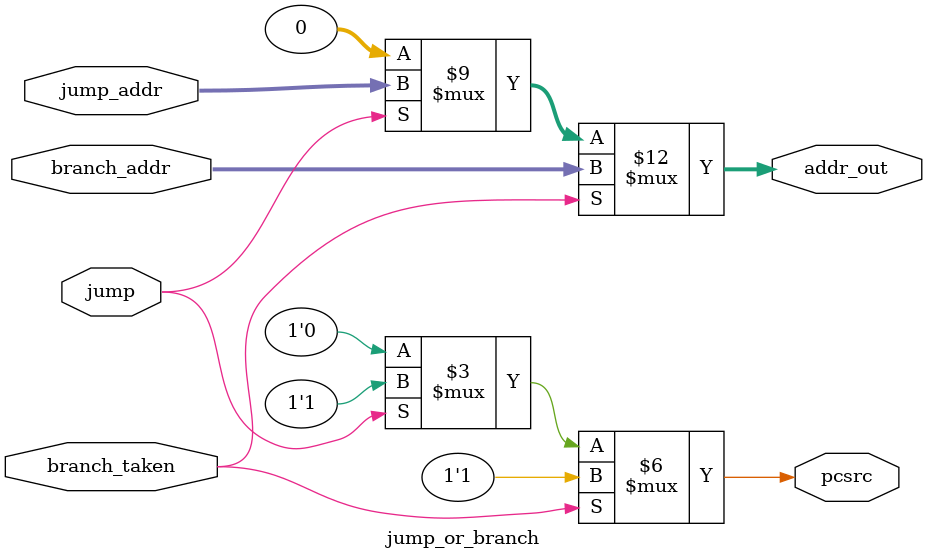
<source format=v>
module jump_or_branch (jump, branch_taken, branch_addr, jump_addr, pcsrc, addr_out);
	input jump, branch_taken; 
	input [31:0] branch_addr, jump_addr;
	output pcsrc;
	output [31:0] addr_out;
	reg [31:0] addr_out;
	reg pcsrc;
	// only one of jump or branch_taken can be true in mem in one cycle
	// so if jump is true, assign jump_addr to addr_out, and set pcsrc to 1
	// and if branch is true, assign branch_addr to addr_out, and set pcsrc to 1
	// if none of the two are true, set pcsrc to 0. addr_out could be whatever.
	always @(jump or branch_taken or branch_addr or jump_addr)
	begin
		if(branch_taken)
		begin addr_out<=branch_addr;pcsrc<=1; end
		else if (jump)
		begin addr_out<=jump_addr;pcsrc<=1;end
		else 
		begin pcsrc<=0; addr_out<=32'b0; end
	end
	
endmodule

</source>
